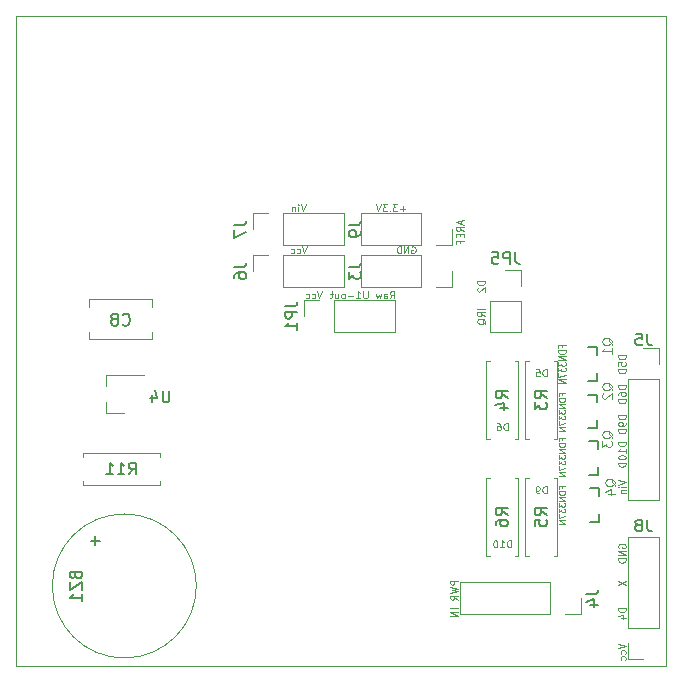
<source format=gbr>
%TF.GenerationSoftware,KiCad,Pcbnew,5.0.2-bee76a0~70~ubuntu18.04.1*%
%TF.CreationDate,2019-02-16T11:31:50+01:00*%
%TF.ProjectId,GP-Pcb-Nano,47502d50-6362-42d4-9e61-6e6f2e6b6963,2.0*%
%TF.SameCoordinates,Original*%
%TF.FileFunction,Legend,Bot*%
%TF.FilePolarity,Positive*%
%FSLAX46Y46*%
G04 Gerber Fmt 4.6, Leading zero omitted, Abs format (unit mm)*
G04 Created by KiCad (PCBNEW 5.0.2-bee76a0~70~ubuntu18.04.1) date sab 16 feb 2019 11:31:50 CET*
%MOMM*%
%LPD*%
G01*
G04 APERTURE LIST*
%ADD10C,0.080000*%
%ADD11C,0.010000*%
%ADD12C,0.120000*%
%ADD13C,0.203200*%
%ADD14C,0.150000*%
%ADD15C,0.050000*%
G04 APERTURE END LIST*
D10*
X123715428Y-110274285D02*
X123115428Y-110274285D01*
X123115428Y-110502857D01*
X123144000Y-110560000D01*
X123172571Y-110588571D01*
X123229714Y-110617142D01*
X123315428Y-110617142D01*
X123372571Y-110588571D01*
X123401142Y-110560000D01*
X123429714Y-110502857D01*
X123429714Y-110274285D01*
X123115428Y-110817142D02*
X123715428Y-110960000D01*
X123286857Y-111074285D01*
X123715428Y-111188571D01*
X123115428Y-111331428D01*
X123715428Y-111902857D02*
X123429714Y-111702857D01*
X123715428Y-111560000D02*
X123115428Y-111560000D01*
X123115428Y-111788571D01*
X123144000Y-111845714D01*
X123172571Y-111874285D01*
X123229714Y-111902857D01*
X123315428Y-111902857D01*
X123372571Y-111874285D01*
X123401142Y-111845714D01*
X123429714Y-111788571D01*
X123429714Y-111560000D01*
X123715428Y-112617142D02*
X123115428Y-112617142D01*
X123715428Y-112902857D02*
X123115428Y-112902857D01*
X123715428Y-113245714D01*
X123115428Y-113245714D01*
X128236571Y-107459428D02*
X128236571Y-106859428D01*
X128093714Y-106859428D01*
X128008000Y-106888000D01*
X127950857Y-106945142D01*
X127922285Y-107002285D01*
X127893714Y-107116571D01*
X127893714Y-107202285D01*
X127922285Y-107316571D01*
X127950857Y-107373714D01*
X128008000Y-107430857D01*
X128093714Y-107459428D01*
X128236571Y-107459428D01*
X127322285Y-107459428D02*
X127665142Y-107459428D01*
X127493714Y-107459428D02*
X127493714Y-106859428D01*
X127550857Y-106945142D01*
X127608000Y-107002285D01*
X127665142Y-107030857D01*
X126950857Y-106859428D02*
X126893714Y-106859428D01*
X126836571Y-106888000D01*
X126808000Y-106916571D01*
X126779428Y-106973714D01*
X126750857Y-107088000D01*
X126750857Y-107230857D01*
X126779428Y-107345142D01*
X126808000Y-107402285D01*
X126836571Y-107430857D01*
X126893714Y-107459428D01*
X126950857Y-107459428D01*
X127008000Y-107430857D01*
X127036571Y-107402285D01*
X127065142Y-107345142D01*
X127093714Y-107230857D01*
X127093714Y-107088000D01*
X127065142Y-106973714D01*
X127036571Y-106916571D01*
X127008000Y-106888000D01*
X126950857Y-106859428D01*
X131252857Y-102887428D02*
X131252857Y-102287428D01*
X131110000Y-102287428D01*
X131024285Y-102316000D01*
X130967142Y-102373142D01*
X130938571Y-102430285D01*
X130910000Y-102544571D01*
X130910000Y-102630285D01*
X130938571Y-102744571D01*
X130967142Y-102801714D01*
X131024285Y-102858857D01*
X131110000Y-102887428D01*
X131252857Y-102887428D01*
X130624285Y-102887428D02*
X130510000Y-102887428D01*
X130452857Y-102858857D01*
X130424285Y-102830285D01*
X130367142Y-102744571D01*
X130338571Y-102630285D01*
X130338571Y-102401714D01*
X130367142Y-102344571D01*
X130395714Y-102316000D01*
X130452857Y-102287428D01*
X130567142Y-102287428D01*
X130624285Y-102316000D01*
X130652857Y-102344571D01*
X130681428Y-102401714D01*
X130681428Y-102544571D01*
X130652857Y-102601714D01*
X130624285Y-102630285D01*
X130567142Y-102658857D01*
X130452857Y-102658857D01*
X130395714Y-102630285D01*
X130367142Y-102601714D01*
X130338571Y-102544571D01*
X127950857Y-97553428D02*
X127950857Y-96953428D01*
X127808000Y-96953428D01*
X127722285Y-96982000D01*
X127665142Y-97039142D01*
X127636571Y-97096285D01*
X127608000Y-97210571D01*
X127608000Y-97296285D01*
X127636571Y-97410571D01*
X127665142Y-97467714D01*
X127722285Y-97524857D01*
X127808000Y-97553428D01*
X127950857Y-97553428D01*
X127093714Y-96953428D02*
X127208000Y-96953428D01*
X127265142Y-96982000D01*
X127293714Y-97010571D01*
X127350857Y-97096285D01*
X127379428Y-97210571D01*
X127379428Y-97439142D01*
X127350857Y-97496285D01*
X127322285Y-97524857D01*
X127265142Y-97553428D01*
X127150857Y-97553428D01*
X127093714Y-97524857D01*
X127065142Y-97496285D01*
X127036571Y-97439142D01*
X127036571Y-97296285D01*
X127065142Y-97239142D01*
X127093714Y-97210571D01*
X127150857Y-97182000D01*
X127265142Y-97182000D01*
X127322285Y-97210571D01*
X127350857Y-97239142D01*
X127379428Y-97296285D01*
X131252857Y-92981428D02*
X131252857Y-92381428D01*
X131110000Y-92381428D01*
X131024285Y-92410000D01*
X130967142Y-92467142D01*
X130938571Y-92524285D01*
X130910000Y-92638571D01*
X130910000Y-92724285D01*
X130938571Y-92838571D01*
X130967142Y-92895714D01*
X131024285Y-92952857D01*
X131110000Y-92981428D01*
X131252857Y-92981428D01*
X130367142Y-92381428D02*
X130652857Y-92381428D01*
X130681428Y-92667142D01*
X130652857Y-92638571D01*
X130595714Y-92610000D01*
X130452857Y-92610000D01*
X130395714Y-92638571D01*
X130367142Y-92667142D01*
X130338571Y-92724285D01*
X130338571Y-92867142D01*
X130367142Y-92924285D01*
X130395714Y-92952857D01*
X130452857Y-92981428D01*
X130595714Y-92981428D01*
X130652857Y-92952857D01*
X130681428Y-92924285D01*
X137939428Y-98539428D02*
X137339428Y-98539428D01*
X137339428Y-98682285D01*
X137368000Y-98768000D01*
X137425142Y-98825142D01*
X137482285Y-98853714D01*
X137596571Y-98882285D01*
X137682285Y-98882285D01*
X137796571Y-98853714D01*
X137853714Y-98825142D01*
X137910857Y-98768000D01*
X137939428Y-98682285D01*
X137939428Y-98539428D01*
X137939428Y-99453714D02*
X137939428Y-99110857D01*
X137939428Y-99282285D02*
X137339428Y-99282285D01*
X137425142Y-99225142D01*
X137482285Y-99168000D01*
X137510857Y-99110857D01*
X137339428Y-99825142D02*
X137339428Y-99882285D01*
X137368000Y-99939428D01*
X137396571Y-99968000D01*
X137453714Y-99996571D01*
X137568000Y-100025142D01*
X137710857Y-100025142D01*
X137825142Y-99996571D01*
X137882285Y-99968000D01*
X137910857Y-99939428D01*
X137939428Y-99882285D01*
X137939428Y-99825142D01*
X137910857Y-99768000D01*
X137882285Y-99739428D01*
X137825142Y-99710857D01*
X137710857Y-99682285D01*
X137568000Y-99682285D01*
X137453714Y-99710857D01*
X137396571Y-99739428D01*
X137368000Y-99768000D01*
X137339428Y-99825142D01*
X137939428Y-100282285D02*
X137339428Y-100282285D01*
X137339428Y-100425142D01*
X137368000Y-100510857D01*
X137425142Y-100568000D01*
X137482285Y-100596571D01*
X137596571Y-100625142D01*
X137682285Y-100625142D01*
X137796571Y-100596571D01*
X137853714Y-100568000D01*
X137910857Y-100510857D01*
X137939428Y-100425142D01*
X137939428Y-100282285D01*
X137939428Y-96285142D02*
X137339428Y-96285142D01*
X137339428Y-96428000D01*
X137368000Y-96513714D01*
X137425142Y-96570857D01*
X137482285Y-96599428D01*
X137596571Y-96628000D01*
X137682285Y-96628000D01*
X137796571Y-96599428D01*
X137853714Y-96570857D01*
X137910857Y-96513714D01*
X137939428Y-96428000D01*
X137939428Y-96285142D01*
X137939428Y-96913714D02*
X137939428Y-97028000D01*
X137910857Y-97085142D01*
X137882285Y-97113714D01*
X137796571Y-97170857D01*
X137682285Y-97199428D01*
X137453714Y-97199428D01*
X137396571Y-97170857D01*
X137368000Y-97142285D01*
X137339428Y-97085142D01*
X137339428Y-96970857D01*
X137368000Y-96913714D01*
X137396571Y-96885142D01*
X137453714Y-96856571D01*
X137596571Y-96856571D01*
X137653714Y-96885142D01*
X137682285Y-96913714D01*
X137710857Y-96970857D01*
X137710857Y-97085142D01*
X137682285Y-97142285D01*
X137653714Y-97170857D01*
X137596571Y-97199428D01*
X137939428Y-97456571D02*
X137339428Y-97456571D01*
X137339428Y-97599428D01*
X137368000Y-97685142D01*
X137425142Y-97742285D01*
X137482285Y-97770857D01*
X137596571Y-97799428D01*
X137682285Y-97799428D01*
X137796571Y-97770857D01*
X137853714Y-97742285D01*
X137910857Y-97685142D01*
X137939428Y-97599428D01*
X137939428Y-97456571D01*
X137939428Y-91205142D02*
X137339428Y-91205142D01*
X137339428Y-91348000D01*
X137368000Y-91433714D01*
X137425142Y-91490857D01*
X137482285Y-91519428D01*
X137596571Y-91548000D01*
X137682285Y-91548000D01*
X137796571Y-91519428D01*
X137853714Y-91490857D01*
X137910857Y-91433714D01*
X137939428Y-91348000D01*
X137939428Y-91205142D01*
X137339428Y-92090857D02*
X137339428Y-91805142D01*
X137625142Y-91776571D01*
X137596571Y-91805142D01*
X137568000Y-91862285D01*
X137568000Y-92005142D01*
X137596571Y-92062285D01*
X137625142Y-92090857D01*
X137682285Y-92119428D01*
X137825142Y-92119428D01*
X137882285Y-92090857D01*
X137910857Y-92062285D01*
X137939428Y-92005142D01*
X137939428Y-91862285D01*
X137910857Y-91805142D01*
X137882285Y-91776571D01*
X137939428Y-92376571D02*
X137339428Y-92376571D01*
X137339428Y-92519428D01*
X137368000Y-92605142D01*
X137425142Y-92662285D01*
X137482285Y-92690857D01*
X137596571Y-92719428D01*
X137682285Y-92719428D01*
X137796571Y-92690857D01*
X137853714Y-92662285D01*
X137910857Y-92605142D01*
X137939428Y-92519428D01*
X137939428Y-92376571D01*
X137939428Y-93745142D02*
X137339428Y-93745142D01*
X137339428Y-93888000D01*
X137368000Y-93973714D01*
X137425142Y-94030857D01*
X137482285Y-94059428D01*
X137596571Y-94088000D01*
X137682285Y-94088000D01*
X137796571Y-94059428D01*
X137853714Y-94030857D01*
X137910857Y-93973714D01*
X137939428Y-93888000D01*
X137939428Y-93745142D01*
X137339428Y-94602285D02*
X137339428Y-94488000D01*
X137368000Y-94430857D01*
X137396571Y-94402285D01*
X137482285Y-94345142D01*
X137596571Y-94316571D01*
X137825142Y-94316571D01*
X137882285Y-94345142D01*
X137910857Y-94373714D01*
X137939428Y-94430857D01*
X137939428Y-94545142D01*
X137910857Y-94602285D01*
X137882285Y-94630857D01*
X137825142Y-94659428D01*
X137682285Y-94659428D01*
X137625142Y-94630857D01*
X137596571Y-94602285D01*
X137568000Y-94545142D01*
X137568000Y-94430857D01*
X137596571Y-94373714D01*
X137625142Y-94345142D01*
X137682285Y-94316571D01*
X137939428Y-94916571D02*
X137339428Y-94916571D01*
X137339428Y-95059428D01*
X137368000Y-95145142D01*
X137425142Y-95202285D01*
X137482285Y-95230857D01*
X137596571Y-95259428D01*
X137682285Y-95259428D01*
X137796571Y-95230857D01*
X137853714Y-95202285D01*
X137910857Y-95145142D01*
X137939428Y-95059428D01*
X137939428Y-94916571D01*
X137339428Y-101747714D02*
X137939428Y-101947714D01*
X137339428Y-102147714D01*
X137939428Y-102347714D02*
X137539428Y-102347714D01*
X137339428Y-102347714D02*
X137368000Y-102319142D01*
X137396571Y-102347714D01*
X137368000Y-102376285D01*
X137339428Y-102347714D01*
X137396571Y-102347714D01*
X137539428Y-102633428D02*
X137939428Y-102633428D01*
X137596571Y-102633428D02*
X137568000Y-102662000D01*
X137539428Y-102719142D01*
X137539428Y-102804857D01*
X137568000Y-102862000D01*
X137625142Y-102890571D01*
X137939428Y-102890571D01*
X137368000Y-107492857D02*
X137339428Y-107435714D01*
X137339428Y-107350000D01*
X137368000Y-107264285D01*
X137425142Y-107207142D01*
X137482285Y-107178571D01*
X137596571Y-107150000D01*
X137682285Y-107150000D01*
X137796571Y-107178571D01*
X137853714Y-107207142D01*
X137910857Y-107264285D01*
X137939428Y-107350000D01*
X137939428Y-107407142D01*
X137910857Y-107492857D01*
X137882285Y-107521428D01*
X137682285Y-107521428D01*
X137682285Y-107407142D01*
X137939428Y-107778571D02*
X137339428Y-107778571D01*
X137939428Y-108121428D01*
X137339428Y-108121428D01*
X137939428Y-108407142D02*
X137339428Y-108407142D01*
X137339428Y-108550000D01*
X137368000Y-108635714D01*
X137425142Y-108692857D01*
X137482285Y-108721428D01*
X137596571Y-108750000D01*
X137682285Y-108750000D01*
X137796571Y-108721428D01*
X137853714Y-108692857D01*
X137910857Y-108635714D01*
X137939428Y-108550000D01*
X137939428Y-108407142D01*
X137339428Y-110290000D02*
X137939428Y-110690000D01*
X137339428Y-110690000D02*
X137939428Y-110290000D01*
X137339428Y-115617714D02*
X137939428Y-115817714D01*
X137339428Y-116017714D01*
X137910857Y-116474857D02*
X137939428Y-116417714D01*
X137939428Y-116303428D01*
X137910857Y-116246285D01*
X137882285Y-116217714D01*
X137825142Y-116189142D01*
X137653714Y-116189142D01*
X137596571Y-116217714D01*
X137568000Y-116246285D01*
X137539428Y-116303428D01*
X137539428Y-116417714D01*
X137568000Y-116474857D01*
X137910857Y-116989142D02*
X137939428Y-116932000D01*
X137939428Y-116817714D01*
X137910857Y-116760571D01*
X137882285Y-116732000D01*
X137825142Y-116703428D01*
X137653714Y-116703428D01*
X137596571Y-116732000D01*
X137568000Y-116760571D01*
X137539428Y-116817714D01*
X137539428Y-116932000D01*
X137568000Y-116989142D01*
X137939428Y-112587142D02*
X137339428Y-112587142D01*
X137339428Y-112730000D01*
X137368000Y-112815714D01*
X137425142Y-112872857D01*
X137482285Y-112901428D01*
X137596571Y-112930000D01*
X137682285Y-112930000D01*
X137796571Y-112901428D01*
X137853714Y-112872857D01*
X137910857Y-112815714D01*
X137939428Y-112730000D01*
X137939428Y-112587142D01*
X137539428Y-113444285D02*
X137939428Y-113444285D01*
X137310857Y-113301428D02*
X137739428Y-113158571D01*
X137739428Y-113530000D01*
X126001428Y-87269714D02*
X125401428Y-87269714D01*
X126001428Y-87898285D02*
X125715714Y-87698285D01*
X126001428Y-87555428D02*
X125401428Y-87555428D01*
X125401428Y-87784000D01*
X125430000Y-87841142D01*
X125458571Y-87869714D01*
X125515714Y-87898285D01*
X125601428Y-87898285D01*
X125658571Y-87869714D01*
X125687142Y-87841142D01*
X125715714Y-87784000D01*
X125715714Y-87555428D01*
X126058571Y-88555428D02*
X126030000Y-88498285D01*
X125972857Y-88441142D01*
X125887142Y-88355428D01*
X125858571Y-88298285D01*
X125858571Y-88241142D01*
X126001428Y-88269714D02*
X125972857Y-88212571D01*
X125915714Y-88155428D01*
X125801428Y-88126857D01*
X125601428Y-88126857D01*
X125487142Y-88155428D01*
X125430000Y-88212571D01*
X125401428Y-88269714D01*
X125401428Y-88384000D01*
X125430000Y-88441142D01*
X125487142Y-88498285D01*
X125601428Y-88526857D01*
X125801428Y-88526857D01*
X125915714Y-88498285D01*
X125972857Y-88441142D01*
X126001428Y-88384000D01*
X126001428Y-88269714D01*
X126001428Y-84901142D02*
X125401428Y-84901142D01*
X125401428Y-85044000D01*
X125430000Y-85129714D01*
X125487142Y-85186857D01*
X125544285Y-85215428D01*
X125658571Y-85244000D01*
X125744285Y-85244000D01*
X125858571Y-85215428D01*
X125915714Y-85186857D01*
X125972857Y-85129714D01*
X126001428Y-85044000D01*
X126001428Y-84901142D01*
X125458571Y-85472571D02*
X125430000Y-85501142D01*
X125401428Y-85558285D01*
X125401428Y-85701142D01*
X125430000Y-85758285D01*
X125458571Y-85786857D01*
X125515714Y-85815428D01*
X125572857Y-85815428D01*
X125658571Y-85786857D01*
X126001428Y-85444000D01*
X126001428Y-85815428D01*
X119837142Y-81996000D02*
X119894285Y-81967428D01*
X119980000Y-81967428D01*
X120065714Y-81996000D01*
X120122857Y-82053142D01*
X120151428Y-82110285D01*
X120180000Y-82224571D01*
X120180000Y-82310285D01*
X120151428Y-82424571D01*
X120122857Y-82481714D01*
X120065714Y-82538857D01*
X119980000Y-82567428D01*
X119922857Y-82567428D01*
X119837142Y-82538857D01*
X119808571Y-82510285D01*
X119808571Y-82310285D01*
X119922857Y-82310285D01*
X119551428Y-82567428D02*
X119551428Y-81967428D01*
X119208571Y-82567428D01*
X119208571Y-81967428D01*
X118922857Y-82567428D02*
X118922857Y-81967428D01*
X118780000Y-81967428D01*
X118694285Y-81996000D01*
X118637142Y-82053142D01*
X118608571Y-82110285D01*
X118580000Y-82224571D01*
X118580000Y-82310285D01*
X118608571Y-82424571D01*
X118637142Y-82481714D01*
X118694285Y-82538857D01*
X118780000Y-82567428D01*
X118922857Y-82567428D01*
X119310000Y-78782857D02*
X118852857Y-78782857D01*
X119081428Y-79011428D02*
X119081428Y-78554285D01*
X118624285Y-78411428D02*
X118252857Y-78411428D01*
X118452857Y-78640000D01*
X118367142Y-78640000D01*
X118310000Y-78668571D01*
X118281428Y-78697142D01*
X118252857Y-78754285D01*
X118252857Y-78897142D01*
X118281428Y-78954285D01*
X118310000Y-78982857D01*
X118367142Y-79011428D01*
X118538571Y-79011428D01*
X118595714Y-78982857D01*
X118624285Y-78954285D01*
X117995714Y-78954285D02*
X117967142Y-78982857D01*
X117995714Y-79011428D01*
X118024285Y-78982857D01*
X117995714Y-78954285D01*
X117995714Y-79011428D01*
X117767142Y-78411428D02*
X117395714Y-78411428D01*
X117595714Y-78640000D01*
X117510000Y-78640000D01*
X117452857Y-78668571D01*
X117424285Y-78697142D01*
X117395714Y-78754285D01*
X117395714Y-78897142D01*
X117424285Y-78954285D01*
X117452857Y-78982857D01*
X117510000Y-79011428D01*
X117681428Y-79011428D01*
X117738571Y-78982857D01*
X117767142Y-78954285D01*
X117224285Y-78411428D02*
X117024285Y-79011428D01*
X116824285Y-78411428D01*
X124052000Y-79800571D02*
X124052000Y-80086285D01*
X124223428Y-79743428D02*
X123623428Y-79943428D01*
X124223428Y-80143428D01*
X124223428Y-80686285D02*
X123937714Y-80486285D01*
X124223428Y-80343428D02*
X123623428Y-80343428D01*
X123623428Y-80572000D01*
X123652000Y-80629142D01*
X123680571Y-80657714D01*
X123737714Y-80686285D01*
X123823428Y-80686285D01*
X123880571Y-80657714D01*
X123909142Y-80629142D01*
X123937714Y-80572000D01*
X123937714Y-80343428D01*
X123909142Y-80943428D02*
X123909142Y-81143428D01*
X124223428Y-81229142D02*
X124223428Y-80943428D01*
X123623428Y-80943428D01*
X123623428Y-81229142D01*
X123909142Y-81686285D02*
X123909142Y-81486285D01*
X124223428Y-81486285D02*
X123623428Y-81486285D01*
X123623428Y-81772000D01*
X110850285Y-78411428D02*
X110650285Y-79011428D01*
X110450285Y-78411428D01*
X110250285Y-79011428D02*
X110250285Y-78611428D01*
X110250285Y-78411428D02*
X110278857Y-78440000D01*
X110250285Y-78468571D01*
X110221714Y-78440000D01*
X110250285Y-78411428D01*
X110250285Y-78468571D01*
X109964571Y-78611428D02*
X109964571Y-79011428D01*
X109964571Y-78668571D02*
X109936000Y-78640000D01*
X109878857Y-78611428D01*
X109793142Y-78611428D01*
X109736000Y-78640000D01*
X109707428Y-78697142D01*
X109707428Y-79011428D01*
X110950285Y-81967428D02*
X110750285Y-82567428D01*
X110550285Y-81967428D01*
X110093142Y-82538857D02*
X110150285Y-82567428D01*
X110264571Y-82567428D01*
X110321714Y-82538857D01*
X110350285Y-82510285D01*
X110378857Y-82453142D01*
X110378857Y-82281714D01*
X110350285Y-82224571D01*
X110321714Y-82196000D01*
X110264571Y-82167428D01*
X110150285Y-82167428D01*
X110093142Y-82196000D01*
X109578857Y-82538857D02*
X109636000Y-82567428D01*
X109750285Y-82567428D01*
X109807428Y-82538857D01*
X109836000Y-82510285D01*
X109864571Y-82453142D01*
X109864571Y-82281714D01*
X109836000Y-82224571D01*
X109807428Y-82196000D01*
X109750285Y-82167428D01*
X109636000Y-82167428D01*
X109578857Y-82196000D01*
X118002000Y-86377428D02*
X118202000Y-86091714D01*
X118344857Y-86377428D02*
X118344857Y-85777428D01*
X118116285Y-85777428D01*
X118059142Y-85806000D01*
X118030571Y-85834571D01*
X118002000Y-85891714D01*
X118002000Y-85977428D01*
X118030571Y-86034571D01*
X118059142Y-86063142D01*
X118116285Y-86091714D01*
X118344857Y-86091714D01*
X117487714Y-86377428D02*
X117487714Y-86063142D01*
X117516285Y-86006000D01*
X117573428Y-85977428D01*
X117687714Y-85977428D01*
X117744857Y-86006000D01*
X117487714Y-86348857D02*
X117544857Y-86377428D01*
X117687714Y-86377428D01*
X117744857Y-86348857D01*
X117773428Y-86291714D01*
X117773428Y-86234571D01*
X117744857Y-86177428D01*
X117687714Y-86148857D01*
X117544857Y-86148857D01*
X117487714Y-86120285D01*
X117259142Y-85977428D02*
X117144857Y-86377428D01*
X117030571Y-86091714D01*
X116916285Y-86377428D01*
X116802000Y-85977428D01*
X116096857Y-85777428D02*
X116096857Y-86263142D01*
X116068285Y-86320285D01*
X116039714Y-86348857D01*
X115982571Y-86377428D01*
X115868285Y-86377428D01*
X115811142Y-86348857D01*
X115782571Y-86320285D01*
X115754000Y-86263142D01*
X115754000Y-85777428D01*
X115154000Y-86377428D02*
X115496857Y-86377428D01*
X115325428Y-86377428D02*
X115325428Y-85777428D01*
X115382571Y-85863142D01*
X115439714Y-85920285D01*
X115496857Y-85948857D01*
X114896857Y-86148857D02*
X114439714Y-86148857D01*
X114068285Y-86377428D02*
X114125428Y-86348857D01*
X114154000Y-86320285D01*
X114182571Y-86263142D01*
X114182571Y-86091714D01*
X114154000Y-86034571D01*
X114125428Y-86006000D01*
X114068285Y-85977428D01*
X113982571Y-85977428D01*
X113925428Y-86006000D01*
X113896857Y-86034571D01*
X113868285Y-86091714D01*
X113868285Y-86263142D01*
X113896857Y-86320285D01*
X113925428Y-86348857D01*
X113982571Y-86377428D01*
X114068285Y-86377428D01*
X113354000Y-85977428D02*
X113354000Y-86377428D01*
X113611142Y-85977428D02*
X113611142Y-86291714D01*
X113582571Y-86348857D01*
X113525428Y-86377428D01*
X113439714Y-86377428D01*
X113382571Y-86348857D01*
X113354000Y-86320285D01*
X113154000Y-85977428D02*
X112925428Y-85977428D01*
X113068285Y-85777428D02*
X113068285Y-86291714D01*
X113039714Y-86348857D01*
X112982571Y-86377428D01*
X112925428Y-86377428D01*
X112220285Y-85777428D02*
X112020285Y-86377428D01*
X111820285Y-85777428D01*
X111363142Y-86348857D02*
X111420285Y-86377428D01*
X111534571Y-86377428D01*
X111591714Y-86348857D01*
X111620285Y-86320285D01*
X111648857Y-86263142D01*
X111648857Y-86091714D01*
X111620285Y-86034571D01*
X111591714Y-86006000D01*
X111534571Y-85977428D01*
X111420285Y-85977428D01*
X111363142Y-86006000D01*
X110848857Y-86348857D02*
X110906000Y-86377428D01*
X111020285Y-86377428D01*
X111077428Y-86348857D01*
X111106000Y-86320285D01*
X111134571Y-86263142D01*
X111134571Y-86091714D01*
X111106000Y-86034571D01*
X111077428Y-86006000D01*
X111020285Y-85977428D01*
X110906000Y-85977428D01*
X110848857Y-86006000D01*
D11*
X86360000Y-62484000D02*
X86360000Y-117484000D01*
X141360000Y-117484000D02*
X86360000Y-117484000D01*
X141360000Y-62484000D02*
X141360000Y-117484000D01*
X86360000Y-62484000D02*
X141360000Y-62484000D01*
D12*
X92540000Y-89859000D02*
X97880000Y-89859000D01*
X92540000Y-86417000D02*
X97880000Y-86417000D01*
X92540000Y-89859000D02*
X92540000Y-89193000D01*
X92540000Y-87083000D02*
X92540000Y-86417000D01*
X97880000Y-89859000D02*
X97880000Y-89193000D01*
X97880000Y-87083000D02*
X97880000Y-86417000D01*
X93982000Y-96068000D02*
X93982000Y-95138000D01*
X93982000Y-92908000D02*
X93982000Y-93838000D01*
X93982000Y-92908000D02*
X97142000Y-92908000D01*
X93982000Y-96068000D02*
X95442000Y-96068000D01*
X98520000Y-99798000D02*
X98520000Y-99468000D01*
X98520000Y-99468000D02*
X91980000Y-99468000D01*
X91980000Y-99468000D02*
X91980000Y-99798000D01*
X98520000Y-101878000D02*
X98520000Y-102208000D01*
X98520000Y-102208000D02*
X91980000Y-102208000D01*
X91980000Y-102208000D02*
X91980000Y-101878000D01*
X101604000Y-110734000D02*
G75*
G03X101604000Y-110734000I-6100000J0D01*
G01*
X129092000Y-84014000D02*
X127762000Y-84014000D01*
X129092000Y-85344000D02*
X129092000Y-84014000D01*
X129092000Y-86614000D02*
X126432000Y-86614000D01*
X126432000Y-86614000D02*
X126432000Y-89214000D01*
X129092000Y-86614000D02*
X129092000Y-89214000D01*
X129092000Y-89214000D02*
X126432000Y-89214000D01*
X115510000Y-85404000D02*
X115510000Y-82744000D01*
X120650000Y-85404000D02*
X115510000Y-85404000D01*
X120650000Y-82744000D02*
X115510000Y-82744000D01*
X120650000Y-85404000D02*
X120650000Y-82744000D01*
X121920000Y-85404000D02*
X123250000Y-85404000D01*
X123250000Y-85404000D02*
X123250000Y-84074000D01*
X106366000Y-82744000D02*
X106366000Y-84074000D01*
X107696000Y-82744000D02*
X106366000Y-82744000D01*
X108966000Y-82744000D02*
X108966000Y-85404000D01*
X108966000Y-85404000D02*
X114106000Y-85404000D01*
X108966000Y-82744000D02*
X114106000Y-82744000D01*
X114106000Y-82744000D02*
X114106000Y-85404000D01*
X114106000Y-79188000D02*
X114106000Y-81848000D01*
X108966000Y-79188000D02*
X114106000Y-79188000D01*
X108966000Y-81848000D02*
X114106000Y-81848000D01*
X108966000Y-79188000D02*
X108966000Y-81848000D01*
X107696000Y-79188000D02*
X106366000Y-79188000D01*
X106366000Y-79188000D02*
X106366000Y-80518000D01*
X123250000Y-81848000D02*
X123250000Y-80518000D01*
X121920000Y-81848000D02*
X123250000Y-81848000D01*
X120650000Y-81848000D02*
X120650000Y-79188000D01*
X120650000Y-79188000D02*
X115510000Y-79188000D01*
X120650000Y-81848000D02*
X115510000Y-81848000D01*
X115510000Y-81848000D02*
X115510000Y-79188000D01*
X118424000Y-86554000D02*
X118424000Y-89214000D01*
X113284000Y-86554000D02*
X118424000Y-86554000D01*
X113284000Y-89214000D02*
X118424000Y-89214000D01*
X113284000Y-86554000D02*
X113284000Y-89214000D01*
X112014000Y-86554000D02*
X110684000Y-86554000D01*
X110684000Y-86554000D02*
X110684000Y-87884000D01*
X138116000Y-116900000D02*
X139446000Y-116900000D01*
X138116000Y-115570000D02*
X138116000Y-116900000D01*
X138116000Y-114300000D02*
X140776000Y-114300000D01*
X140776000Y-114300000D02*
X140776000Y-106620000D01*
X138116000Y-114300000D02*
X138116000Y-106620000D01*
X138116000Y-106620000D02*
X140776000Y-106620000D01*
X123892000Y-113090000D02*
X123892000Y-110430000D01*
X131572000Y-113090000D02*
X123892000Y-113090000D01*
X131572000Y-110430000D02*
X123892000Y-110430000D01*
X131572000Y-113090000D02*
X131572000Y-110430000D01*
X132842000Y-113090000D02*
X134172000Y-113090000D01*
X134172000Y-113090000D02*
X134172000Y-111760000D01*
X140776000Y-103438000D02*
X138116000Y-103438000D01*
X140776000Y-93218000D02*
X140776000Y-103438000D01*
X138116000Y-93218000D02*
X138116000Y-103438000D01*
X140776000Y-93218000D02*
X138116000Y-93218000D01*
X140776000Y-91948000D02*
X140776000Y-90618000D01*
X140776000Y-90618000D02*
X139446000Y-90618000D01*
D13*
X135534400Y-91184400D02*
X135534400Y-90525600D01*
X135534400Y-90525600D02*
X134721600Y-90525600D01*
X135534400Y-93370400D02*
X135534400Y-92711600D01*
X134721600Y-93370400D02*
X135534400Y-93370400D01*
X134721600Y-97368400D02*
X135534400Y-97368400D01*
X135534400Y-97368400D02*
X135534400Y-96709600D01*
X135534400Y-94523600D02*
X134721600Y-94523600D01*
X135534400Y-95182400D02*
X135534400Y-94523600D01*
X135618400Y-99124400D02*
X135618400Y-98465600D01*
X135618400Y-98465600D02*
X134805600Y-98465600D01*
X135618400Y-101310400D02*
X135618400Y-100651600D01*
X134805600Y-101310400D02*
X135618400Y-101310400D01*
X134891600Y-105308400D02*
X135704400Y-105308400D01*
X135704400Y-105308400D02*
X135704400Y-104649600D01*
X135704400Y-102463600D02*
X134891600Y-102463600D01*
X135704400Y-103122400D02*
X135704400Y-102463600D01*
D12*
X129440000Y-91726000D02*
X129770000Y-91726000D01*
X129440000Y-98266000D02*
X129440000Y-91726000D01*
X129770000Y-98266000D02*
X129440000Y-98266000D01*
X132180000Y-91726000D02*
X131850000Y-91726000D01*
X132180000Y-98266000D02*
X132180000Y-91726000D01*
X131850000Y-98266000D02*
X132180000Y-98266000D01*
X128878000Y-108172000D02*
X128548000Y-108172000D01*
X128878000Y-101632000D02*
X128878000Y-108172000D01*
X128548000Y-101632000D02*
X128878000Y-101632000D01*
X126138000Y-108172000D02*
X126468000Y-108172000D01*
X126138000Y-101632000D02*
X126138000Y-108172000D01*
X126468000Y-101632000D02*
X126138000Y-101632000D01*
X126468000Y-91726000D02*
X126138000Y-91726000D01*
X126138000Y-91726000D02*
X126138000Y-98266000D01*
X126138000Y-98266000D02*
X126468000Y-98266000D01*
X128548000Y-91726000D02*
X128878000Y-91726000D01*
X128878000Y-91726000D02*
X128878000Y-98266000D01*
X128878000Y-98266000D02*
X128548000Y-98266000D01*
X129440000Y-101632000D02*
X129770000Y-101632000D01*
X129440000Y-108172000D02*
X129440000Y-101632000D01*
X129770000Y-108172000D02*
X129440000Y-108172000D01*
X132180000Y-101632000D02*
X131850000Y-101632000D01*
X132180000Y-108172000D02*
X132180000Y-101632000D01*
X131850000Y-108172000D02*
X132180000Y-108172000D01*
D14*
X95357665Y-88594143D02*
X95405284Y-88641762D01*
X95548141Y-88689381D01*
X95643379Y-88689381D01*
X95786237Y-88641762D01*
X95881475Y-88546524D01*
X95929094Y-88451286D01*
X95976713Y-88260810D01*
X95976713Y-88117953D01*
X95929094Y-87927477D01*
X95881475Y-87832239D01*
X95786237Y-87737001D01*
X95643379Y-87689381D01*
X95548141Y-87689381D01*
X95405284Y-87737001D01*
X95357665Y-87784620D01*
X94786237Y-88117953D02*
X94881475Y-88070334D01*
X94929094Y-88022715D01*
X94976713Y-87927477D01*
X94976713Y-87879858D01*
X94929094Y-87784620D01*
X94881475Y-87737001D01*
X94786237Y-87689381D01*
X94595760Y-87689381D01*
X94500522Y-87737001D01*
X94452903Y-87784620D01*
X94405284Y-87879858D01*
X94405284Y-87927477D01*
X94452903Y-88022715D01*
X94500522Y-88070334D01*
X94595760Y-88117953D01*
X94786237Y-88117953D01*
X94881475Y-88165572D01*
X94929094Y-88213191D01*
X94976713Y-88308429D01*
X94976713Y-88498905D01*
X94929094Y-88594143D01*
X94881475Y-88641762D01*
X94786237Y-88689381D01*
X94595760Y-88689381D01*
X94500522Y-88641762D01*
X94452903Y-88594143D01*
X94405284Y-88498905D01*
X94405284Y-88308429D01*
X94452903Y-88213191D01*
X94500522Y-88165572D01*
X94595760Y-88117953D01*
X99313904Y-94194380D02*
X99313904Y-95003904D01*
X99266285Y-95099142D01*
X99218666Y-95146761D01*
X99123428Y-95194380D01*
X98932952Y-95194380D01*
X98837714Y-95146761D01*
X98790095Y-95099142D01*
X98742476Y-95003904D01*
X98742476Y-94194380D01*
X97837714Y-94527714D02*
X97837714Y-95194380D01*
X98075809Y-94146761D02*
X98313904Y-94861047D01*
X97694857Y-94861047D01*
X95892857Y-101290380D02*
X96226190Y-100814190D01*
X96464285Y-101290380D02*
X96464285Y-100290380D01*
X96083333Y-100290380D01*
X95988095Y-100338000D01*
X95940476Y-100385619D01*
X95892857Y-100480857D01*
X95892857Y-100623714D01*
X95940476Y-100718952D01*
X95988095Y-100766571D01*
X96083333Y-100814190D01*
X96464285Y-100814190D01*
X94940476Y-101290380D02*
X95511904Y-101290380D01*
X95226190Y-101290380D02*
X95226190Y-100290380D01*
X95321428Y-100433238D01*
X95416666Y-100528476D01*
X95511904Y-100576095D01*
X93988095Y-101290380D02*
X94559523Y-101290380D01*
X94273809Y-101290380D02*
X94273809Y-100290380D01*
X94369047Y-100433238D01*
X94464285Y-100528476D01*
X94559523Y-100576095D01*
X91368571Y-109863047D02*
X91416190Y-110005904D01*
X91463809Y-110053523D01*
X91559047Y-110101142D01*
X91701904Y-110101142D01*
X91797142Y-110053523D01*
X91844761Y-110005904D01*
X91892380Y-109910666D01*
X91892380Y-109529714D01*
X90892380Y-109529714D01*
X90892380Y-109863047D01*
X90940000Y-109958285D01*
X90987619Y-110005904D01*
X91082857Y-110053523D01*
X91178095Y-110053523D01*
X91273333Y-110005904D01*
X91320952Y-109958285D01*
X91368571Y-109863047D01*
X91368571Y-109529714D01*
X90892380Y-110434476D02*
X90892380Y-111101142D01*
X91892380Y-110434476D01*
X91892380Y-111101142D01*
X91892380Y-112005904D02*
X91892380Y-111434476D01*
X91892380Y-111720190D02*
X90892380Y-111720190D01*
X91035238Y-111624952D01*
X91130476Y-111529714D01*
X91178095Y-111434476D01*
X93035428Y-106543047D02*
X93035428Y-107304952D01*
X93416380Y-106924000D02*
X92654476Y-106924000D01*
X128595333Y-82466380D02*
X128595333Y-83180666D01*
X128642952Y-83323523D01*
X128738190Y-83418761D01*
X128881047Y-83466380D01*
X128976285Y-83466380D01*
X128119142Y-83466380D02*
X128119142Y-82466380D01*
X127738190Y-82466380D01*
X127642952Y-82514000D01*
X127595333Y-82561619D01*
X127547714Y-82656857D01*
X127547714Y-82799714D01*
X127595333Y-82894952D01*
X127642952Y-82942571D01*
X127738190Y-82990190D01*
X128119142Y-82990190D01*
X126642952Y-82466380D02*
X127119142Y-82466380D01*
X127166761Y-82942571D01*
X127119142Y-82894952D01*
X127023904Y-82847333D01*
X126785809Y-82847333D01*
X126690571Y-82894952D01*
X126642952Y-82942571D01*
X126595333Y-83037809D01*
X126595333Y-83275904D01*
X126642952Y-83371142D01*
X126690571Y-83418761D01*
X126785809Y-83466380D01*
X127023904Y-83466380D01*
X127119142Y-83418761D01*
X127166761Y-83371142D01*
X114514380Y-83740666D02*
X115228666Y-83740666D01*
X115371523Y-83693047D01*
X115466761Y-83597809D01*
X115514380Y-83454952D01*
X115514380Y-83359714D01*
X114514380Y-84121619D02*
X114514380Y-84740666D01*
X114895333Y-84407333D01*
X114895333Y-84550190D01*
X114942952Y-84645428D01*
X114990571Y-84693047D01*
X115085809Y-84740666D01*
X115323904Y-84740666D01*
X115419142Y-84693047D01*
X115466761Y-84645428D01*
X115514380Y-84550190D01*
X115514380Y-84264476D01*
X115466761Y-84169238D01*
X115419142Y-84121619D01*
X104818380Y-83740666D02*
X105532666Y-83740666D01*
X105675523Y-83693047D01*
X105770761Y-83597809D01*
X105818380Y-83454952D01*
X105818380Y-83359714D01*
X104818380Y-84645428D02*
X104818380Y-84454952D01*
X104866000Y-84359714D01*
X104913619Y-84312095D01*
X105056476Y-84216857D01*
X105246952Y-84169238D01*
X105627904Y-84169238D01*
X105723142Y-84216857D01*
X105770761Y-84264476D01*
X105818380Y-84359714D01*
X105818380Y-84550190D01*
X105770761Y-84645428D01*
X105723142Y-84693047D01*
X105627904Y-84740666D01*
X105389809Y-84740666D01*
X105294571Y-84693047D01*
X105246952Y-84645428D01*
X105199333Y-84550190D01*
X105199333Y-84359714D01*
X105246952Y-84264476D01*
X105294571Y-84216857D01*
X105389809Y-84169238D01*
X104818380Y-80184666D02*
X105532666Y-80184666D01*
X105675523Y-80137047D01*
X105770761Y-80041809D01*
X105818380Y-79898952D01*
X105818380Y-79803714D01*
X104818380Y-80565619D02*
X104818380Y-81232285D01*
X105818380Y-80803714D01*
X114514380Y-80184666D02*
X115228666Y-80184666D01*
X115371523Y-80137047D01*
X115466761Y-80041809D01*
X115514380Y-79898952D01*
X115514380Y-79803714D01*
X115514380Y-80708476D02*
X115514380Y-80898952D01*
X115466761Y-80994190D01*
X115419142Y-81041809D01*
X115276285Y-81137047D01*
X115085809Y-81184666D01*
X114704857Y-81184666D01*
X114609619Y-81137047D01*
X114562000Y-81089428D01*
X114514380Y-80994190D01*
X114514380Y-80803714D01*
X114562000Y-80708476D01*
X114609619Y-80660857D01*
X114704857Y-80613238D01*
X114942952Y-80613238D01*
X115038190Y-80660857D01*
X115085809Y-80708476D01*
X115133428Y-80803714D01*
X115133428Y-80994190D01*
X115085809Y-81089428D01*
X115038190Y-81137047D01*
X114942952Y-81184666D01*
X109136380Y-87050666D02*
X109850666Y-87050666D01*
X109993523Y-87003047D01*
X110088761Y-86907809D01*
X110136380Y-86764952D01*
X110136380Y-86669714D01*
X110136380Y-87526857D02*
X109136380Y-87526857D01*
X109136380Y-87907809D01*
X109184000Y-88003047D01*
X109231619Y-88050666D01*
X109326857Y-88098285D01*
X109469714Y-88098285D01*
X109564952Y-88050666D01*
X109612571Y-88003047D01*
X109660190Y-87907809D01*
X109660190Y-87526857D01*
X110136380Y-89050666D02*
X110136380Y-88479238D01*
X110136380Y-88764952D02*
X109136380Y-88764952D01*
X109279238Y-88669714D01*
X109374476Y-88574476D01*
X109422095Y-88479238D01*
X139779333Y-105116380D02*
X139779333Y-105830666D01*
X139826952Y-105973523D01*
X139922190Y-106068761D01*
X140065047Y-106116380D01*
X140160285Y-106116380D01*
X139160285Y-105544952D02*
X139255523Y-105497333D01*
X139303142Y-105449714D01*
X139350761Y-105354476D01*
X139350761Y-105306857D01*
X139303142Y-105211619D01*
X139255523Y-105164000D01*
X139160285Y-105116380D01*
X138969809Y-105116380D01*
X138874571Y-105164000D01*
X138826952Y-105211619D01*
X138779333Y-105306857D01*
X138779333Y-105354476D01*
X138826952Y-105449714D01*
X138874571Y-105497333D01*
X138969809Y-105544952D01*
X139160285Y-105544952D01*
X139255523Y-105592571D01*
X139303142Y-105640190D01*
X139350761Y-105735428D01*
X139350761Y-105925904D01*
X139303142Y-106021142D01*
X139255523Y-106068761D01*
X139160285Y-106116380D01*
X138969809Y-106116380D01*
X138874571Y-106068761D01*
X138826952Y-106021142D01*
X138779333Y-105925904D01*
X138779333Y-105735428D01*
X138826952Y-105640190D01*
X138874571Y-105592571D01*
X138969809Y-105544952D01*
X134624380Y-111426666D02*
X135338666Y-111426666D01*
X135481523Y-111379047D01*
X135576761Y-111283809D01*
X135624380Y-111140952D01*
X135624380Y-111045714D01*
X134957714Y-112331428D02*
X135624380Y-112331428D01*
X134576761Y-112093333D02*
X135291047Y-111855238D01*
X135291047Y-112474285D01*
X139779333Y-89368380D02*
X139779333Y-90082666D01*
X139826952Y-90225523D01*
X139922190Y-90320761D01*
X140065047Y-90368380D01*
X140160285Y-90368380D01*
X138826952Y-89368380D02*
X139303142Y-89368380D01*
X139350761Y-89844571D01*
X139303142Y-89796952D01*
X139207904Y-89749333D01*
X138969809Y-89749333D01*
X138874571Y-89796952D01*
X138826952Y-89844571D01*
X138779333Y-89939809D01*
X138779333Y-90177904D01*
X138826952Y-90273142D01*
X138874571Y-90320761D01*
X138969809Y-90368380D01*
X139207904Y-90368380D01*
X139303142Y-90320761D01*
X139350761Y-90273142D01*
D15*
X136836263Y-90347780D02*
X136798153Y-90271560D01*
X136721933Y-90195340D01*
X136607604Y-90081011D01*
X136569494Y-90004791D01*
X136569494Y-89928571D01*
X136760043Y-89966681D02*
X136721933Y-89890462D01*
X136645714Y-89814242D01*
X136493274Y-89776132D01*
X136226505Y-89776132D01*
X136074066Y-89814242D01*
X135997846Y-89890462D01*
X135959736Y-89966681D01*
X135959736Y-90119121D01*
X135997846Y-90195340D01*
X136074066Y-90271560D01*
X136226505Y-90309670D01*
X136493274Y-90309670D01*
X136645714Y-90271560D01*
X136721933Y-90195340D01*
X136760043Y-90119121D01*
X136760043Y-89966681D01*
X136760043Y-91071867D02*
X136760043Y-90614549D01*
X136760043Y-90843208D02*
X135959736Y-90843208D01*
X136074066Y-90766988D01*
X136150285Y-90690769D01*
X136188395Y-90614549D01*
X132542219Y-90531333D02*
X132542219Y-90364666D01*
X132877942Y-90364666D02*
X132237017Y-90364666D01*
X132237017Y-90602761D01*
X132877942Y-90793238D02*
X132237017Y-90793238D01*
X132237017Y-90912285D01*
X132267537Y-90983714D01*
X132328577Y-91031333D01*
X132389618Y-91055142D01*
X132511699Y-91078952D01*
X132603260Y-91078952D01*
X132725341Y-91055142D01*
X132786381Y-91031333D01*
X132847422Y-90983714D01*
X132877942Y-90912285D01*
X132877942Y-90793238D01*
X132877942Y-91293238D02*
X132237017Y-91293238D01*
X132877942Y-91578952D01*
X132237017Y-91578952D01*
X132237017Y-91769428D02*
X132237017Y-92078952D01*
X132481179Y-91912285D01*
X132481179Y-91983714D01*
X132511699Y-92031333D01*
X132542219Y-92055142D01*
X132603260Y-92078952D01*
X132755861Y-92078952D01*
X132816901Y-92055142D01*
X132847422Y-92031333D01*
X132877942Y-91983714D01*
X132877942Y-91840857D01*
X132847422Y-91793238D01*
X132816901Y-91769428D01*
X132237017Y-92245619D02*
X132237017Y-92555142D01*
X132481179Y-92388476D01*
X132481179Y-92459904D01*
X132511699Y-92507523D01*
X132542219Y-92531333D01*
X132603260Y-92555142D01*
X132755861Y-92555142D01*
X132816901Y-92531333D01*
X132847422Y-92507523D01*
X132877942Y-92459904D01*
X132877942Y-92317047D01*
X132847422Y-92269428D01*
X132816901Y-92245619D01*
X132237017Y-92721809D02*
X132237017Y-93055142D01*
X132877942Y-92840857D01*
X132877942Y-93245619D02*
X132237017Y-93245619D01*
X132877942Y-93531333D01*
X132237017Y-93531333D01*
X136836263Y-94157780D02*
X136798153Y-94081560D01*
X136721933Y-94005340D01*
X136607604Y-93891011D01*
X136569494Y-93814791D01*
X136569494Y-93738571D01*
X136760043Y-93776681D02*
X136721933Y-93700462D01*
X136645714Y-93624242D01*
X136493274Y-93586132D01*
X136226505Y-93586132D01*
X136074066Y-93624242D01*
X135997846Y-93700462D01*
X135959736Y-93776681D01*
X135959736Y-93929121D01*
X135997846Y-94005340D01*
X136074066Y-94081560D01*
X136226505Y-94119670D01*
X136493274Y-94119670D01*
X136645714Y-94081560D01*
X136721933Y-94005340D01*
X136760043Y-93929121D01*
X136760043Y-93776681D01*
X136035956Y-94424549D02*
X135997846Y-94462659D01*
X135959736Y-94538878D01*
X135959736Y-94729428D01*
X135997846Y-94805647D01*
X136035956Y-94843757D01*
X136112176Y-94881867D01*
X136188395Y-94881867D01*
X136302725Y-94843757D01*
X136760043Y-94386439D01*
X136760043Y-94881867D01*
X132552285Y-94595333D02*
X132552285Y-94428666D01*
X132814190Y-94428666D02*
X132314190Y-94428666D01*
X132314190Y-94666761D01*
X132814190Y-94857238D02*
X132314190Y-94857238D01*
X132314190Y-94976285D01*
X132338000Y-95047714D01*
X132385619Y-95095333D01*
X132433238Y-95119142D01*
X132528476Y-95142952D01*
X132599904Y-95142952D01*
X132695142Y-95119142D01*
X132742761Y-95095333D01*
X132790380Y-95047714D01*
X132814190Y-94976285D01*
X132814190Y-94857238D01*
X132814190Y-95357238D02*
X132314190Y-95357238D01*
X132814190Y-95642952D01*
X132314190Y-95642952D01*
X132314190Y-95833428D02*
X132314190Y-96142952D01*
X132504666Y-95976285D01*
X132504666Y-96047714D01*
X132528476Y-96095333D01*
X132552285Y-96119142D01*
X132599904Y-96142952D01*
X132718952Y-96142952D01*
X132766571Y-96119142D01*
X132790380Y-96095333D01*
X132814190Y-96047714D01*
X132814190Y-95904857D01*
X132790380Y-95857238D01*
X132766571Y-95833428D01*
X132314190Y-96309619D02*
X132314190Y-96619142D01*
X132504666Y-96452476D01*
X132504666Y-96523904D01*
X132528476Y-96571523D01*
X132552285Y-96595333D01*
X132599904Y-96619142D01*
X132718952Y-96619142D01*
X132766571Y-96595333D01*
X132790380Y-96571523D01*
X132814190Y-96523904D01*
X132814190Y-96381047D01*
X132790380Y-96333428D01*
X132766571Y-96309619D01*
X132314190Y-96785809D02*
X132314190Y-97119142D01*
X132814190Y-96904857D01*
X132814190Y-97309619D02*
X132314190Y-97309619D01*
X132814190Y-97595333D01*
X132314190Y-97595333D01*
X136836263Y-98221780D02*
X136798153Y-98145560D01*
X136721933Y-98069340D01*
X136607604Y-97955011D01*
X136569494Y-97878791D01*
X136569494Y-97802571D01*
X136760043Y-97840681D02*
X136721933Y-97764462D01*
X136645714Y-97688242D01*
X136493274Y-97650132D01*
X136226505Y-97650132D01*
X136074066Y-97688242D01*
X135997846Y-97764462D01*
X135959736Y-97840681D01*
X135959736Y-97993121D01*
X135997846Y-98069340D01*
X136074066Y-98145560D01*
X136226505Y-98183670D01*
X136493274Y-98183670D01*
X136645714Y-98145560D01*
X136721933Y-98069340D01*
X136760043Y-97993121D01*
X136760043Y-97840681D01*
X135959736Y-98450439D02*
X135959736Y-98945867D01*
X136264615Y-98679098D01*
X136264615Y-98793428D01*
X136302725Y-98869647D01*
X136340835Y-98907757D01*
X136417054Y-98945867D01*
X136607604Y-98945867D01*
X136683823Y-98907757D01*
X136721933Y-98869647D01*
X136760043Y-98793428D01*
X136760043Y-98564769D01*
X136721933Y-98488549D01*
X136683823Y-98450439D01*
X132552285Y-98405333D02*
X132552285Y-98238666D01*
X132814190Y-98238666D02*
X132314190Y-98238666D01*
X132314190Y-98476761D01*
X132814190Y-98667238D02*
X132314190Y-98667238D01*
X132314190Y-98786285D01*
X132338000Y-98857714D01*
X132385619Y-98905333D01*
X132433238Y-98929142D01*
X132528476Y-98952952D01*
X132599904Y-98952952D01*
X132695142Y-98929142D01*
X132742761Y-98905333D01*
X132790380Y-98857714D01*
X132814190Y-98786285D01*
X132814190Y-98667238D01*
X132814190Y-99167238D02*
X132314190Y-99167238D01*
X132814190Y-99452952D01*
X132314190Y-99452952D01*
X132314190Y-99643428D02*
X132314190Y-99952952D01*
X132504666Y-99786285D01*
X132504666Y-99857714D01*
X132528476Y-99905333D01*
X132552285Y-99929142D01*
X132599904Y-99952952D01*
X132718952Y-99952952D01*
X132766571Y-99929142D01*
X132790380Y-99905333D01*
X132814190Y-99857714D01*
X132814190Y-99714857D01*
X132790380Y-99667238D01*
X132766571Y-99643428D01*
X132314190Y-100119619D02*
X132314190Y-100429142D01*
X132504666Y-100262476D01*
X132504666Y-100333904D01*
X132528476Y-100381523D01*
X132552285Y-100405333D01*
X132599904Y-100429142D01*
X132718952Y-100429142D01*
X132766571Y-100405333D01*
X132790380Y-100381523D01*
X132814190Y-100333904D01*
X132814190Y-100191047D01*
X132790380Y-100143428D01*
X132766571Y-100119619D01*
X132314190Y-100595809D02*
X132314190Y-100929142D01*
X132814190Y-100714857D01*
X132814190Y-101119619D02*
X132314190Y-101119619D01*
X132814190Y-101405333D01*
X132314190Y-101405333D01*
X137090263Y-102285780D02*
X137052153Y-102209560D01*
X136975933Y-102133340D01*
X136861604Y-102019011D01*
X136823494Y-101942791D01*
X136823494Y-101866571D01*
X137014043Y-101904681D02*
X136975933Y-101828462D01*
X136899714Y-101752242D01*
X136747274Y-101714132D01*
X136480505Y-101714132D01*
X136328066Y-101752242D01*
X136251846Y-101828462D01*
X136213736Y-101904681D01*
X136213736Y-102057121D01*
X136251846Y-102133340D01*
X136328066Y-102209560D01*
X136480505Y-102247670D01*
X136747274Y-102247670D01*
X136899714Y-102209560D01*
X136975933Y-102133340D01*
X137014043Y-102057121D01*
X137014043Y-101904681D01*
X136480505Y-102933647D02*
X137014043Y-102933647D01*
X136175626Y-102743098D02*
X136747274Y-102552549D01*
X136747274Y-103047977D01*
X132552285Y-102469333D02*
X132552285Y-102302666D01*
X132814190Y-102302666D02*
X132314190Y-102302666D01*
X132314190Y-102540761D01*
X132814190Y-102731238D02*
X132314190Y-102731238D01*
X132314190Y-102850285D01*
X132338000Y-102921714D01*
X132385619Y-102969333D01*
X132433238Y-102993142D01*
X132528476Y-103016952D01*
X132599904Y-103016952D01*
X132695142Y-102993142D01*
X132742761Y-102969333D01*
X132790380Y-102921714D01*
X132814190Y-102850285D01*
X132814190Y-102731238D01*
X132814190Y-103231238D02*
X132314190Y-103231238D01*
X132814190Y-103516952D01*
X132314190Y-103516952D01*
X132314190Y-103707428D02*
X132314190Y-104016952D01*
X132504666Y-103850285D01*
X132504666Y-103921714D01*
X132528476Y-103969333D01*
X132552285Y-103993142D01*
X132599904Y-104016952D01*
X132718952Y-104016952D01*
X132766571Y-103993142D01*
X132790380Y-103969333D01*
X132814190Y-103921714D01*
X132814190Y-103778857D01*
X132790380Y-103731238D01*
X132766571Y-103707428D01*
X132314190Y-104183619D02*
X132314190Y-104493142D01*
X132504666Y-104326476D01*
X132504666Y-104397904D01*
X132528476Y-104445523D01*
X132552285Y-104469333D01*
X132599904Y-104493142D01*
X132718952Y-104493142D01*
X132766571Y-104469333D01*
X132790380Y-104445523D01*
X132814190Y-104397904D01*
X132814190Y-104255047D01*
X132790380Y-104207428D01*
X132766571Y-104183619D01*
X132314190Y-104659809D02*
X132314190Y-104993142D01*
X132814190Y-104778857D01*
X132814190Y-105183619D02*
X132314190Y-105183619D01*
X132814190Y-105469333D01*
X132314190Y-105469333D01*
D14*
X131262380Y-94829333D02*
X130786190Y-94496000D01*
X131262380Y-94257904D02*
X130262380Y-94257904D01*
X130262380Y-94638857D01*
X130310000Y-94734095D01*
X130357619Y-94781714D01*
X130452857Y-94829333D01*
X130595714Y-94829333D01*
X130690952Y-94781714D01*
X130738571Y-94734095D01*
X130786190Y-94638857D01*
X130786190Y-94257904D01*
X130262380Y-95162666D02*
X130262380Y-95781714D01*
X130643333Y-95448380D01*
X130643333Y-95591238D01*
X130690952Y-95686476D01*
X130738571Y-95734095D01*
X130833809Y-95781714D01*
X131071904Y-95781714D01*
X131167142Y-95734095D01*
X131214761Y-95686476D01*
X131262380Y-95591238D01*
X131262380Y-95305523D01*
X131214761Y-95210285D01*
X131167142Y-95162666D01*
X127960380Y-104735333D02*
X127484190Y-104402000D01*
X127960380Y-104163904D02*
X126960380Y-104163904D01*
X126960380Y-104544857D01*
X127008000Y-104640095D01*
X127055619Y-104687714D01*
X127150857Y-104735333D01*
X127293714Y-104735333D01*
X127388952Y-104687714D01*
X127436571Y-104640095D01*
X127484190Y-104544857D01*
X127484190Y-104163904D01*
X126960380Y-105592476D02*
X126960380Y-105402000D01*
X127008000Y-105306761D01*
X127055619Y-105259142D01*
X127198476Y-105163904D01*
X127388952Y-105116285D01*
X127769904Y-105116285D01*
X127865142Y-105163904D01*
X127912761Y-105211523D01*
X127960380Y-105306761D01*
X127960380Y-105497238D01*
X127912761Y-105592476D01*
X127865142Y-105640095D01*
X127769904Y-105687714D01*
X127531809Y-105687714D01*
X127436571Y-105640095D01*
X127388952Y-105592476D01*
X127341333Y-105497238D01*
X127341333Y-105306761D01*
X127388952Y-105211523D01*
X127436571Y-105163904D01*
X127531809Y-105116285D01*
X127960380Y-94829333D02*
X127484190Y-94496000D01*
X127960380Y-94257904D02*
X126960380Y-94257904D01*
X126960380Y-94638857D01*
X127008000Y-94734095D01*
X127055619Y-94781714D01*
X127150857Y-94829333D01*
X127293714Y-94829333D01*
X127388952Y-94781714D01*
X127436571Y-94734095D01*
X127484190Y-94638857D01*
X127484190Y-94257904D01*
X127293714Y-95686476D02*
X127960380Y-95686476D01*
X126912761Y-95448380D02*
X127627047Y-95210285D01*
X127627047Y-95829333D01*
X131262380Y-104735333D02*
X130786190Y-104402000D01*
X131262380Y-104163904D02*
X130262380Y-104163904D01*
X130262380Y-104544857D01*
X130310000Y-104640095D01*
X130357619Y-104687714D01*
X130452857Y-104735333D01*
X130595714Y-104735333D01*
X130690952Y-104687714D01*
X130738571Y-104640095D01*
X130786190Y-104544857D01*
X130786190Y-104163904D01*
X130262380Y-105640095D02*
X130262380Y-105163904D01*
X130738571Y-105116285D01*
X130690952Y-105163904D01*
X130643333Y-105259142D01*
X130643333Y-105497238D01*
X130690952Y-105592476D01*
X130738571Y-105640095D01*
X130833809Y-105687714D01*
X131071904Y-105687714D01*
X131167142Y-105640095D01*
X131214761Y-105592476D01*
X131262380Y-105497238D01*
X131262380Y-105259142D01*
X131214761Y-105163904D01*
X131167142Y-105116285D01*
M02*

</source>
